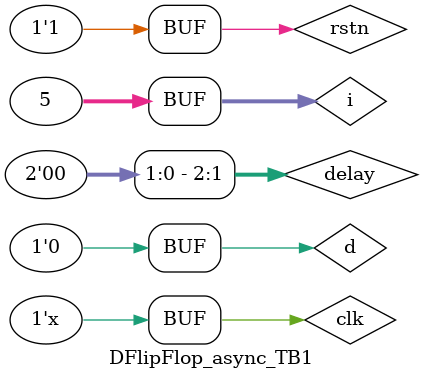
<source format=v>
`timescale 1ns / 1ps


module DFlipFlop_async_TB1();
    reg clk;
    reg d;
    reg rstn;
    reg [2:0] delay;
    integer i;
    DFlipFlop_async DUT(.d(d),.rstn(rstn),.clk(clk),.q(q));
    always #10 clk = ~clk;
    
    initial begin
    clk <= 0;
    d <= 0;
    rstn <= 0;
    #15 d <= 1;
    #10 rstn <= 1;
    for (i = 0; i < 5; i=i+1)
        begin
        delay = $random;
        #(delay) d <= i;
        end
     end
endmodule

</source>
